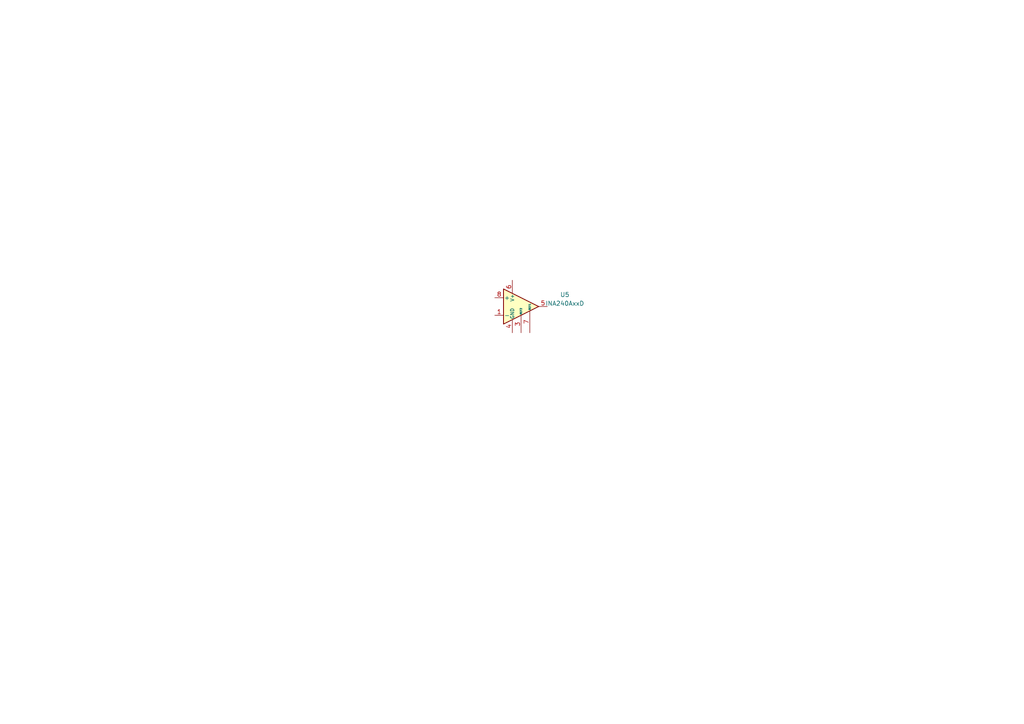
<source format=kicad_sch>
(kicad_sch (version 20230121) (generator eeschema)
  (paper "A4")
  (lib_symbols
    (symbol "mainboard:INA240AxxD" (pin_names (offset 0.127))
      (property "Reference" "U" (at 3.81 3.81 0))
      (property "Value" "INA240AxxD" (at 3.81 -2.54 0))
      (symbol "INA240AxxD_0_1"
        (polyline (pts (xy 5.08 0) (xy -5.08 5.08) (xy -5.08 -5.08) (xy 5.08 0)) (stroke (width 0.254)) (fill (type background)))
      )
      (symbol "INA240AxxD_1_1"
        (pin input line (at -7.62 -2.54 0) (length 2.54) (name "-") (number "1"))
        (pin passive line (at -2.54 -7.62 90) (length 3.81) hide (name "GND") (number "2"))
        (pin passive line (at 0 -7.62 90) (length 5.08) (name "REF2") (number "3"))
        (pin power_in line (at -2.54 -7.62 90) (length 3.81) (name "GND") (number "4"))
        (pin output line (at 7.62 0 180) (length 2.54) (name "~") (number "5"))
        (pin power_in line (at -2.54 7.62 270) (length 3.81) (name "V+") (number "6"))
        (pin passive line (at 2.54 -7.62 90) (length 6.35) (name "REF1") (number "7"))
        (pin input line (at -7.62 2.54 0) (length 2.54) (name "+") (number "8"))
      )
    )
  )
  (symbol (lib_id "mainboard:INA240AxxD") (at 151.13 88.9 0) (unit 1)
    (property "Reference" "U5" (at 163.83 85.4711 0))
    (property "Value" "INA240AxxD" (at 163.83 88.0111 0))
    (property "Footprint" "Package_SO:SOIC-8_3.9x4.9mm_P1.27mm" (effects hide))
  )
)
</source>
